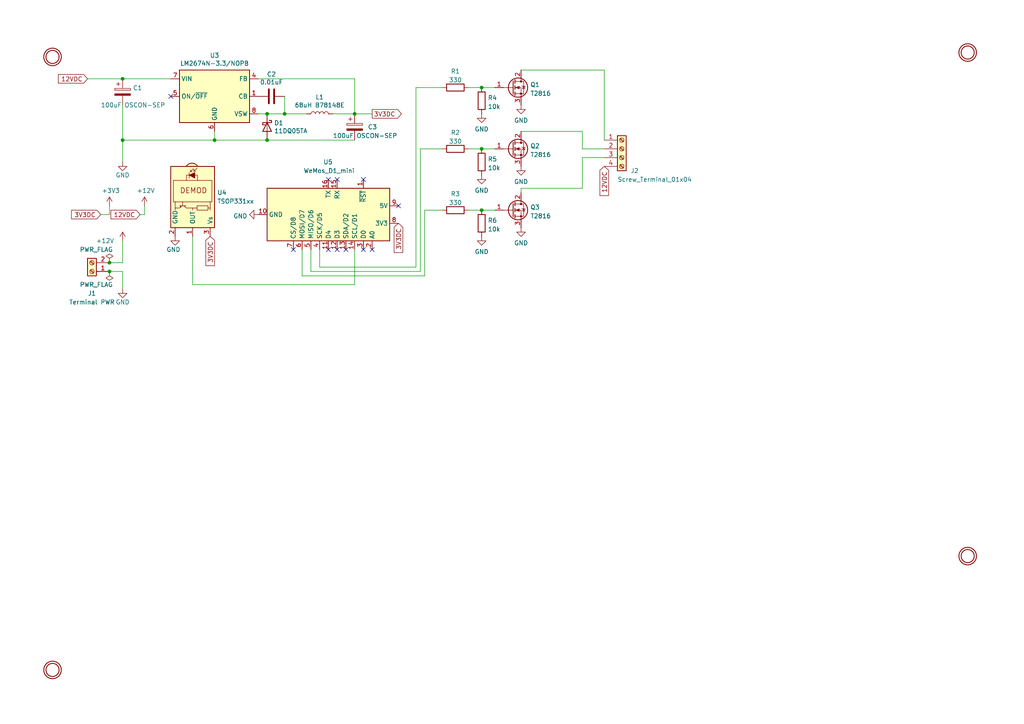
<source format=kicad_sch>
(kicad_sch (version 20211123) (generator eeschema)
  (paper "A4")
  (lib_symbols
    (symbol "Arduino_WS_Led_Controller-eagle-import:MOUNTINGHOLE3.0THIN" (pin_names (offset 1.016))
      (symbol "MOUNTINGHOLE3.0THIN_1_0"
        (circle (center 0 0) (radius 1.905) (stroke (width 0.254)))
        (circle (center 0 0) (radius 2.54) (stroke (width 0.254)))
      )
    )
    (symbol "Connector:Screw_Terminal_01x02" (pin_names (offset 1.016) hide)
      (property "Reference" "J" (at 0 2.54 0))
      (property "Value" "Screw_Terminal_01x02" (at 0 -5.08 0))
      (symbol "Screw_Terminal_01x02_1_1"
        (rectangle (start -1.27 1.27) (end 1.27 -3.81) (stroke (width 0.254)) (fill (type background)))
        (circle (center 0 -2.54) (radius 0.635) (stroke (width 0.1524)))
        (polyline (pts (xy -0.5334 -2.2098) (xy 0.3302 -3.048)) (stroke (width 0.1524)))
        (polyline (pts (xy -0.5334 0.3302) (xy 0.3302 -0.508)) (stroke (width 0.1524)))
        (polyline (pts (xy -0.3556 -2.032) (xy 0.508 -2.8702)) (stroke (width 0.1524)))
        (polyline (pts (xy -0.3556 0.508) (xy 0.508 -0.3302)) (stroke (width 0.1524)))
        (circle (center 0 0) (radius 0.635) (stroke (width 0.1524)))
        (pin passive line (at -5.08 0 0) (length 3.81) (name "Pin_1") (number "1"))
        (pin passive line (at -5.08 -2.54 0) (length 3.81) (name "Pin_2") (number "2"))
      )
    )
    (symbol "Connector:Screw_Terminal_01x04" (pin_names (offset 1.016) hide)
      (property "Reference" "J" (at 0 5.08 0))
      (property "Value" "Screw_Terminal_01x04" (at 0 -7.62 0))
      (symbol "Screw_Terminal_01x04_1_1"
        (rectangle (start -1.27 3.81) (end 1.27 -6.35) (stroke (width 0.254)) (fill (type background)))
        (circle (center 0 -5.08) (radius 0.635) (stroke (width 0.1524)))
        (circle (center 0 -2.54) (radius 0.635) (stroke (width 0.1524)))
        (polyline (pts (xy -0.5334 -4.7498) (xy 0.3302 -5.588)) (stroke (width 0.1524)))
        (polyline (pts (xy -0.5334 -2.2098) (xy 0.3302 -3.048)) (stroke (width 0.1524)))
        (polyline (pts (xy -0.5334 0.3302) (xy 0.3302 -0.508)) (stroke (width 0.1524)))
        (polyline (pts (xy -0.5334 2.8702) (xy 0.3302 2.032)) (stroke (width 0.1524)))
        (polyline (pts (xy -0.3556 -4.572) (xy 0.508 -5.4102)) (stroke (width 0.1524)))
        (polyline (pts (xy -0.3556 -2.032) (xy 0.508 -2.8702)) (stroke (width 0.1524)))
        (polyline (pts (xy -0.3556 0.508) (xy 0.508 -0.3302)) (stroke (width 0.1524)))
        (polyline (pts (xy -0.3556 3.048) (xy 0.508 2.2098)) (stroke (width 0.1524)))
        (circle (center 0 0) (radius 0.635) (stroke (width 0.1524)))
        (circle (center 0 2.54) (radius 0.635) (stroke (width 0.1524)))
        (pin passive line (at -5.08 2.54 0) (length 3.81) (name "Pin_1") (number "1"))
        (pin passive line (at -5.08 0 0) (length 3.81) (name "Pin_2") (number "2"))
        (pin passive line (at -5.08 -2.54 0) (length 3.81) (name "Pin_3") (number "3"))
        (pin passive line (at -5.08 -5.08 0) (length 3.81) (name "Pin_4") (number "4"))
      )
    )
    (symbol "Device:C" (pin_numbers hide) (pin_names (offset 0.254))
      (property "Reference" "C" (at 0.635 2.54 0))
      (property "Value" "C" (at 0.635 -2.54 0))
      (symbol "C_0_1"
        (polyline (pts (xy -2.032 -0.762) (xy 2.032 -0.762)) (stroke (width 0.508)))
        (polyline (pts (xy -2.032 0.762) (xy 2.032 0.762)) (stroke (width 0.508)))
      )
      (symbol "C_1_1"
        (pin passive line (at 0 3.81 270) (length 2.794) (name "~") (number "1"))
        (pin passive line (at 0 -3.81 90) (length 2.794) (name "~") (number "2"))
      )
    )
    (symbol "Device:C_Polarized" (pin_numbers hide) (pin_names (offset 0.254))
      (property "Reference" "C" (at 0.635 2.54 0))
      (property "Value" "C_Polarized" (at 0.635 -2.54 0))
      (symbol "C_Polarized_0_1"
        (rectangle (start -2.286 0.508) (end 2.286 1.016))
        (polyline (pts (xy -1.778 2.286) (xy -0.762 2.286)))
        (polyline (pts (xy -1.27 2.794) (xy -1.27 1.778)))
        (rectangle (start 2.286 -0.508) (end -2.286 -1.016) (fill (type outline)))
      )
      (symbol "C_Polarized_1_1"
        (pin passive line (at 0 3.81 270) (length 2.794) (name "~") (number "1"))
        (pin passive line (at 0 -3.81 90) (length 2.794) (name "~") (number "2"))
      )
    )
    (symbol "Device:D_Schottky" (pin_numbers hide) (pin_names (offset 1.016) hide)
      (property "Reference" "D" (at 0 2.54 0))
      (property "Value" "D_Schottky" (at 0 -2.54 0))
      (symbol "D_Schottky_0_1"
        (polyline (pts (xy 1.27 0) (xy -1.27 0)))
        (polyline (pts (xy 1.27 1.27) (xy 1.27 -1.27) (xy -1.27 0) (xy 1.27 1.27)) (stroke (width 0.254)))
        (polyline (pts (xy -1.905 0.635) (xy -1.905 1.27) (xy -1.27 1.27) (xy -1.27 -1.27) (xy -0.635 -1.27) (xy -0.635 -0.635)) (stroke (width 0.254)))
      )
      (symbol "D_Schottky_1_1"
        (pin passive line (at -3.81 0 0) (length 2.54) (name "K") (number "1"))
        (pin passive line (at 3.81 0 180) (length 2.54) (name "A") (number "2"))
      )
    )
    (symbol "Device:L" (pin_numbers hide) (pin_names (offset 1.016) hide)
      (property "Reference" "L" (at -1.27 0 90))
      (property "Value" "L" (at 1.905 0 90))
      (symbol "L_0_1"
        (arc (start 0 -2.54) (mid 0.635 -1.905) (end 0 -1.27))
        (arc (start 0 -1.27) (mid 0.635 -0.635) (end 0 0))
        (arc (start 0 0) (mid 0.635 0.635) (end 0 1.27))
        (arc (start 0 1.27) (mid 0.635 1.905) (end 0 2.54))
      )
      (symbol "L_1_1"
        (pin passive line (at 0 3.81 270) (length 1.27) (name "1") (number "1"))
        (pin passive line (at 0 -3.81 90) (length 1.27) (name "2") (number "2"))
      )
    )
    (symbol "Device:R" (pin_numbers hide) (pin_names (offset 0))
      (property "Reference" "R" (at 2.032 0 90))
      (property "Value" "R" (at 0 0 90))
      (symbol "R_0_1"
        (rectangle (start -1.016 -2.54) (end 1.016 2.54) (stroke (width 0.254)))
      )
      (symbol "R_1_1"
        (pin passive line (at 0 3.81 270) (length 1.27) (name "~") (number "1"))
        (pin passive line (at 0 -3.81 90) (length 1.27) (name "~") (number "2"))
      )
    )
    (symbol "Interface_Optical:TSOP331xx" (pin_names (offset 1.016))
      (property "Reference" "U" (at -10.16 7.62 0))
      (property "Value" "TSOP331xx" (at -10.16 -7.62 0))
      (symbol "TSOP331xx_0_0"
        (arc (start -10.287 1.397) (mid -11.0899 -0.1905) (end -10.287 -1.778) (stroke (width 0.254)) (fill (type background)))
        (polyline (pts (xy 1.905 -5.08) (xy 0.127 -5.08)))
        (polyline (pts (xy 1.905 5.08) (xy 0.127 5.08)))
        (text "DEMOD" (at -3.175 0.254 900) (effects (font (size 1.524 1.524))))
      )
      (symbol "TSOP331xx_0_1"
        (rectangle (start -6.096 5.588) (end 0.127 -5.588))
        (polyline (pts (xy -8.763 0.381) (xy -9.652 1.27)))
        (polyline (pts (xy -8.763 0.381) (xy -9.271 0.381)))
        (polyline (pts (xy -8.763 0.381) (xy -8.763 0.889)))
        (polyline (pts (xy -8.636 -0.635) (xy -9.525 0.254)))
        (polyline (pts (xy -8.636 -0.635) (xy -9.144 -0.635)))
        (polyline (pts (xy -8.636 -0.635) (xy -8.636 -0.127)))
        (polyline (pts (xy -8.382 -1.016) (xy -6.731 -1.016)))
        (polyline (pts (xy 1.27 -2.921) (xy 0.127 -2.921)))
        (polyline (pts (xy 1.27 -1.905) (xy 1.27 -3.81)))
        (polyline (pts (xy 1.397 -3.556) (xy 1.524 -3.556)))
        (polyline (pts (xy 1.651 -3.556) (xy 1.524 -3.556)))
        (polyline (pts (xy 1.651 -3.556) (xy 1.651 -3.302)))
        (polyline (pts (xy 1.905 0) (xy 1.905 1.27)))
        (polyline (pts (xy 1.905 4.445) (xy 1.905 5.08) (xy 2.54 5.08)))
        (polyline (pts (xy -8.382 0.635) (xy -6.731 0.635) (xy -7.62 -1.016) (xy -8.382 0.635)) (fill (type outline)))
        (polyline (pts (xy -6.096 1.397) (xy -7.62 1.397) (xy -7.62 -1.778) (xy -6.096 -1.778)))
        (polyline (pts (xy 1.27 -3.175) (xy 1.905 -3.81) (xy 1.905 -5.08) (xy 2.54 -5.08)))
        (polyline (pts (xy 1.27 -2.54) (xy 1.905 -1.905) (xy 1.905 0) (xy 2.54 0)))
        (rectangle (start 2.54 1.27) (end 1.27 4.445))
        (rectangle (start 7.62 6.35) (end -10.16 -6.35) (stroke (width 0.254)) (fill (type background)))
      )
      (symbol "TSOP331xx_1_1"
        (pin output line (at 10.16 0 180) (length 2.54) (name "OUT") (number "1"))
        (pin power_in line (at 10.16 -5.08 180) (length 2.54) (name "GND") (number "2"))
        (pin power_in line (at 10.16 5.08 180) (length 2.54) (name "Vs") (number "3"))
      )
    )
    (symbol "MCU_Module:WeMos_D1_mini"
      (property "Reference" "U" (at 3.81 19.05 0))
      (property "Value" "WeMos_D1_mini" (at 1.27 -19.05 0))
      (symbol "WeMos_D1_mini_1_1"
        (rectangle (start -7.62 17.78) (end 7.62 -17.78) (stroke (width 0.254)) (fill (type background)))
        (pin input line (at -10.16 10.16 0) (length 2.54) (name "~{RST}") (number "1"))
        (pin power_in line (at 0 -20.32 90) (length 2.54) (name "GND") (number "10"))
        (pin bidirectional line (at 10.16 0 180) (length 2.54) (name "D4") (number "11"))
        (pin bidirectional line (at 10.16 2.54 180) (length 2.54) (name "D3") (number "12"))
        (pin bidirectional line (at 10.16 5.08 180) (length 2.54) (name "SDA/D2") (number "13"))
        (pin bidirectional line (at 10.16 7.62 180) (length 2.54) (name "SCL/D1") (number "14"))
        (pin input line (at -10.16 2.54 0) (length 2.54) (name "RX") (number "15"))
        (pin output line (at -10.16 0 0) (length 2.54) (name "TX") (number "16"))
        (pin input line (at 10.16 12.7 180) (length 2.54) (name "A0") (number "2"))
        (pin bidirectional line (at 10.16 10.16 180) (length 2.54) (name "D0") (number "3"))
        (pin bidirectional line (at 10.16 -2.54 180) (length 2.54) (name "SCK/D5") (number "4"))
        (pin bidirectional line (at 10.16 -5.08 180) (length 2.54) (name "MISO/D6") (number "5"))
        (pin bidirectional line (at 10.16 -7.62 180) (length 2.54) (name "MOSI/D7") (number "6"))
        (pin bidirectional line (at 10.16 -10.16 180) (length 2.54) (name "CS/D8") (number "7"))
        (pin power_out line (at 2.54 20.32 270) (length 2.54) (name "3V3") (number "8"))
        (pin power_in line (at -2.54 20.32 270) (length 2.54) (name "5V") (number "9"))
      )
    )
    (symbol "Regulator_Switching:LM2674M-3.3"
      (property "Reference" "U" (at -10.16 8.89 0))
      (property "Value" "LM2674M-3.3" (at 0 8.89 0))
      (symbol "LM2674M-3.3_0_1"
        (rectangle (start -10.16 7.62) (end 10.16 -7.62) (stroke (width 0.254)) (fill (type background)))
      )
      (symbol "LM2674M-3.3_1_1"
        (pin input line (at 12.7 0 180) (length 2.54) (name "CB") (number "1"))
        (pin no_connect line (at -10.16 -2.54 0) (length 2.54) hide (name "NC") (number "2"))
        (pin no_connect line (at -10.16 -5.08 0) (length 2.54) hide (name "NC") (number "3"))
        (pin input line (at 12.7 5.08 180) (length 2.54) (name "FB") (number "4"))
        (pin input line (at -12.7 0 0) (length 2.54) (name "ON/~{OFF}") (number "5"))
        (pin power_in line (at 0 -10.16 90) (length 2.54) (name "GND") (number "6"))
        (pin power_in line (at -12.7 5.08 0) (length 2.54) (name "VIN") (number "7"))
        (pin output line (at 12.7 -5.08 180) (length 2.54) (name "VSW") (number "8"))
      )
    )
    (symbol "Transistor_FET:IRLB8721PBF" (pin_names hide)
      (property "Reference" "Q" (at 6.35 1.905 0))
      (property "Value" "IRLB8721PBF" (at 6.35 0 0))
      (symbol "IRLB8721PBF_0_1"
        (polyline (pts (xy 0.254 0) (xy -2.54 0)))
        (polyline (pts (xy 0.254 1.905) (xy 0.254 -1.905)) (stroke (width 0.254)))
        (polyline (pts (xy 0.762 -1.27) (xy 0.762 -2.286)) (stroke (width 0.254)))
        (polyline (pts (xy 0.762 0.508) (xy 0.762 -0.508)) (stroke (width 0.254)))
        (polyline (pts (xy 0.762 2.286) (xy 0.762 1.27)) (stroke (width 0.254)))
        (polyline (pts (xy 2.54 2.54) (xy 2.54 1.778)))
        (polyline (pts (xy 2.54 -2.54) (xy 2.54 0) (xy 0.762 0)))
        (polyline (pts (xy 0.762 -1.778) (xy 3.302 -1.778) (xy 3.302 1.778) (xy 0.762 1.778)))
        (polyline (pts (xy 1.016 0) (xy 2.032 0.381) (xy 2.032 -0.381) (xy 1.016 0)) (fill (type outline)))
        (polyline (pts (xy 2.794 0.508) (xy 2.921 0.381) (xy 3.683 0.381) (xy 3.81 0.254)))
        (polyline (pts (xy 3.302 0.381) (xy 2.921 -0.254) (xy 3.683 -0.254) (xy 3.302 0.381)))
        (circle (center 1.651 0) (radius 2.794) (stroke (width 0.254)))
        (circle (center 2.54 -1.778) (radius 0.254) (fill (type outline)))
        (circle (center 2.54 1.778) (radius 0.254) (fill (type outline)))
      )
      (symbol "IRLB8721PBF_1_1"
        (pin input line (at -5.08 0 0) (length 2.54) (name "G") (number "1"))
        (pin passive line (at 2.54 5.08 270) (length 2.54) (name "D") (number "2"))
        (pin passive line (at 2.54 -5.08 90) (length 2.54) (name "S") (number "3"))
      )
    )
    (symbol "power:+12V" (power) (pin_names (offset 0))
      (property "Value" "+12V" (at 0 3.556 0))
      (symbol "+12V_0_1"
        (polyline (pts (xy -0.762 1.27) (xy 0 2.54)))
        (polyline (pts (xy 0 0) (xy 0 2.54)))
        (polyline (pts (xy 0 2.54) (xy 0.762 1.27)))
      )
      (symbol "+12V_1_1"
        (pin power_in line (at 0 0 90) (length 0) hide (name "+12V") (number "1"))
      )
    )
    (symbol "power:+3.3V" (power) (pin_names (offset 0))
      (property "Value" "+3.3V" (at 0 3.556 0))
      (symbol "+3.3V_0_1"
        (polyline (pts (xy -0.762 1.27) (xy 0 2.54)))
        (polyline (pts (xy 0 0) (xy 0 2.54)))
        (polyline (pts (xy 0 2.54) (xy 0.762 1.27)))
      )
      (symbol "+3.3V_1_1"
        (pin power_in line (at 0 0 90) (length 0) hide (name "+3V3") (number "1"))
      )
    )
    (symbol "power:GND" (power) (pin_names (offset 0))
      (property "Value" "GND" (at 0 -3.81 0))
      (symbol "GND_0_1"
        (polyline (pts (xy 0 0) (xy 0 -1.27) (xy 1.27 -1.27) (xy 0 -2.54) (xy -1.27 -1.27) (xy 0 -1.27)))
      )
      (symbol "GND_1_1"
        (pin power_in line (at 0 0 270) (length 0) hide (name "GND") (number "1"))
      )
    )
    (symbol "power:PWR_FLAG" (power) (pin_numbers hide) (pin_names (offset 0) hide)
      (property "Value" "PWR_FLAG" (at 0 3.81 0))
      (symbol "PWR_FLAG_0_0"
        (pin power_out line (at 0 0 90) (length 0) (name "pwr") (number "1"))
      )
      (symbol "PWR_FLAG_0_1"
        (polyline (pts (xy 0 0) (xy 0 1.27) (xy -1.016 1.905) (xy 0 2.54) (xy 1.016 1.905) (xy 0 1.27)))
      )
    )
  )
  (junction (at 139.7 25.4))
  (junction (at 139.7 60.96))
  (junction (at 77.47 40.64))
  (junction (at 62.23 40.64))
  (junction (at 102.87 33.02))
  (junction (at 139.7 43.18))
  (junction (at 82.55 33.02))
  (junction (at 35.56 22.86))
  (junction (at 31.75 78.74))
  (junction (at 77.47 33.02))
  (junction (at 35.56 40.64))
  (junction (at 31.75 76.2))
  (no_connect (at 95.25 52.07))
  (no_connect (at 97.79 72.39))
  (no_connect (at 49.53 27.94))
  (no_connect (at 105.41 72.39))
  (no_connect (at 115.57 59.69))
  (no_connect (at 107.95 72.39))
  (no_connect (at 105.41 52.07))
  (no_connect (at 97.79 52.07))
  (no_connect (at 85.09 72.39))
  (no_connect (at 95.25 72.39))
  (no_connect (at 100.33 72.39))
  (wire (pts (xy 74.93 33.02) (xy 77.47 33.02)))
  (wire (pts (xy 87.63 80.01) (xy 87.63 72.39)))
  (wire (pts (xy 55.88 68.58) (xy 55.88 82.55)))
  (wire (pts (xy 25.4 22.86) (xy 35.56 22.86)))
  (wire (pts (xy 123.19 60.96) (xy 123.19 80.01)))
  (wire (pts (xy 151.13 20.32) (xy 175.26 20.32)))
  (wire (pts (xy 40.64 62.23) (xy 41.91 62.23)))
  (wire (pts (xy 55.88 82.55) (xy 102.87 82.55)))
  (wire (pts (xy 77.47 40.64) (xy 102.87 40.64)))
  (wire (pts (xy 77.47 33.02) (xy 82.55 33.02)))
  (wire (pts (xy 128.27 25.4) (xy 120.65 25.4)))
  (wire (pts (xy 123.19 80.01) (xy 87.63 80.01)))
  (wire (pts (xy 143.51 25.4) (xy 139.7 25.4)))
  (wire (pts (xy 151.13 54.61) (xy 168.91 54.61)))
  (wire (pts (xy 31.75 62.23) (xy 31.75 59.69)))
  (wire (pts (xy 35.56 78.74) (xy 35.56 83.82)))
  (wire (pts (xy 62.23 38.1) (xy 62.23 40.64)))
  (wire (pts (xy 139.7 60.96) (xy 143.51 60.96)))
  (wire (pts (xy 88.9 33.02) (xy 82.55 33.02)))
  (wire (pts (xy 102.87 33.02) (xy 107.95 33.02)))
  (wire (pts (xy 35.56 78.74) (xy 31.75 78.74)))
  (wire (pts (xy 151.13 54.61) (xy 151.13 55.88)))
  (wire (pts (xy 35.56 76.2) (xy 35.56 69.85)))
  (wire (pts (xy 82.55 33.02) (xy 82.55 27.94)))
  (wire (pts (xy 102.87 82.55) (xy 102.87 72.39)))
  (wire (pts (xy 128.27 43.18) (xy 121.92 43.18)))
  (wire (pts (xy 121.92 78.74) (xy 90.17 78.74)))
  (wire (pts (xy 35.56 30.48) (xy 35.56 40.64)))
  (wire (pts (xy 151.13 38.1) (xy 168.91 38.1)))
  (wire (pts (xy 92.71 77.47) (xy 120.65 77.47)))
  (wire (pts (xy 62.23 40.64) (xy 77.47 40.64)))
  (wire (pts (xy 96.52 33.02) (xy 102.87 33.02)))
  (wire (pts (xy 120.65 25.4) (xy 120.65 77.47)))
  (wire (pts (xy 35.56 22.86) (xy 49.53 22.86)))
  (wire (pts (xy 139.7 25.4) (xy 135.89 25.4)))
  (wire (pts (xy 121.92 43.18) (xy 121.92 78.74)))
  (wire (pts (xy 62.23 40.64) (xy 35.56 40.64)))
  (wire (pts (xy 135.89 60.96) (xy 139.7 60.96)))
  (wire (pts (xy 35.56 40.64) (xy 35.56 46.99)))
  (wire (pts (xy 41.91 62.23) (xy 41.91 59.69)))
  (wire (pts (xy 168.91 54.61) (xy 168.91 45.72)))
  (wire (pts (xy 135.89 43.18) (xy 139.7 43.18)))
  (wire (pts (xy 74.93 22.86) (xy 102.87 22.86)))
  (wire (pts (xy 90.17 78.74) (xy 90.17 72.39)))
  (wire (pts (xy 128.27 60.96) (xy 123.19 60.96)))
  (wire (pts (xy 175.26 20.32) (xy 175.26 40.64)))
  (wire (pts (xy 139.7 43.18) (xy 143.51 43.18)))
  (wire (pts (xy 168.91 45.72) (xy 175.26 45.72)))
  (wire (pts (xy 102.87 33.02) (xy 102.87 22.86)))
  (wire (pts (xy 168.91 43.18) (xy 175.26 43.18)))
  (wire (pts (xy 168.91 38.1) (xy 168.91 43.18)))
  (wire (pts (xy 31.75 76.2) (xy 35.56 76.2)))
  (wire (pts (xy 92.71 72.39) (xy 92.71 77.47)))
  (wire (pts (xy 29.21 62.23) (xy 31.75 62.23)))
  (global_label "3V3DC" (shape input) (at 29.21 62.23 180) (property "Intersheet References" "${INTERSHEET_REFS}" (effects hide)))
  (global_label "3V3DC" (shape input) (at 60.96 68.58 270) (property "Intersheet References" "${INTERSHEET_REFS}" (effects hide)))
  (global_label "12VDC" (shape input) (at 175.26 48.26 270) (property "Intersheet References" "${INTERSHEET_REFS}" (effects hide)))
  (global_label "12VDC" (shape input) (at 40.64 62.23 180) (property "Intersheet References" "${INTERSHEET_REFS}" (effects hide)))
  (global_label "3V3DC" (shape input) (at 115.57 64.77 270) (property "Intersheet References" "${INTERSHEET_REFS}" (effects hide)))
  (global_label "3V3DC" (shape output) (at 107.95 33.02 0) (property "Intersheet References" "${INTERSHEET_REFS}" (effects hide)))
  (global_label "12VDC" (shape input) (at 25.4 22.86 180) (property "Intersheet References" "${INTERSHEET_REFS}" (effects hide)))
  (symbol (lib_id "power:+12V") (at 41.91 59.69 0) (unit 1)
    (property "Reference" "#PWR05" (effects hide))
    (property "Value" "+12V" (at 42.291 55.2958 0))
  )
  (symbol (lib_id "power:+3.3V") (at 31.75 59.69 0) (unit 1)
    (property "Reference" "#PWR01" (effects hide))
    (property "Value" "+3.3V" (at 32.131 55.2958 0))
  )
  (symbol (lib_id "Connector:Screw_Terminal_01x02") (at 26.67 78.74 180) (unit 1)
    (property "Reference" "J1" (at 26.67 85.09 0))
    (property "Value" "Terminal PWR" (at 26.67 87.63 0))
    (property "Footprint" "TerminalBlock_4Ucon:TerminalBlock_4Ucon_1x02_P3.50mm_Horizontal" (effects hide))
  )
  (symbol (lib_id "Regulator_Switching:LM2674M-3.3") (at 62.23 27.94 0) (unit 1)
    (property "Reference" "U3" (at 62.23 16.0782 0))
    (property "Value" "LM2674N-3.3/NOPB" (at 62.23 18.3896 0))
    (property "Footprint" "Package_DIP:DIP-8_W7.62mm_Socket" (effects hide))
    (property "Datasheet" "http://www.ti.com/lit/ds/symlink/lm2674.pdf" (effects hide))
  )
  (symbol (lib_id "Device:C_Polarized") (at 35.56 26.67 0) (unit 1)
    (property "Reference" "C1" (at 38.5572 25.5016 0) (effects (justify left)))
    (property "Value" "100uF OSCON-SEP" (at 29.21 30.48 0) (effects (justify left)))
    (property "Footprint" "Capacitor_THT:CP_Radial_D8.0mm_P3.50mm" (effects hide))
  )
  (symbol (lib_id "Device:C") (at 78.74 27.94 270) (unit 1)
    (property "Reference" "C2" (at 78.74 21.5392 90))
    (property "Value" "0.01uF" (at 78.74 23.8506 90))
    (property "Footprint" "Capacitor_THT:C_Disc_D5.0mm_W2.5mm_P5.00mm" (effects hide))
  )
  (symbol (lib_id "Device:L") (at 92.71 33.02 90) (unit 1)
    (property "Reference" "L1" (at 92.71 28.194 90))
    (property "Value" "68uH B78148E" (at 92.71 30.5054 90))
    (property "Footprint" "Inductor_THT:L_Axial_L14.0mm_D4.5mm_P5.08mm_Vertical_Fastron_LACC" (effects hide))
  )
  (symbol (lib_id "Device:C_Polarized") (at 102.87 36.83 0) (unit 1)
    (property "Reference" "C3" (at 106.68 36.83 0) (effects (justify left)))
    (property "Value" "100uF OSCON-SEP" (at 96.52 39.37 0) (effects (justify left)))
    (property "Footprint" "Capacitor_THT:CP_Radial_D8.0mm_P3.50mm" (effects hide))
  )
  (symbol (lib_id "Device:D_Schottky") (at 77.47 36.83 270) (unit 1)
    (property "Reference" "D1" (at 79.502 35.6616 90) (effects (justify left)))
    (property "Value" "11DQ05TA" (at 79.502 37.973 90) (effects (justify left)))
    (property "Footprint" "Diode_THT:D_A-405_P7.62mm_Horizontal" (effects hide))
  )
  (symbol (lib_id "power:+12V") (at 35.56 69.85 0) (unit 1)
    (property "Reference" "#PWR03" (effects hide))
    (property "Value" "+12V" (at 30.48 69.85 0))
  )
  (symbol (lib_id "power:GND") (at 35.56 83.82 0) (unit 1)
    (property "Reference" "#PWR04" (effects hide))
    (property "Value" "GND" (at 35.56 87.63 0))
  )
  (symbol (lib_id "power:PWR_FLAG") (at 31.75 76.2 0) (unit 1)
    (property "Reference" "#FLG01" (effects hide))
    (property "Value" "PWR_FLAG" (at 27.94 72.39 0))
  )
  (symbol (lib_id "power:GND") (at 35.56 46.99 0) (unit 1)
    (property "Reference" "#PWR02" (effects hide))
    (property "Value" "GND" (at 35.56 50.8 0))
  )
  (symbol (lib_id "power:PWR_FLAG") (at 31.75 78.74 180) (unit 1)
    (property "Reference" "#FLG02" (effects hide))
    (property "Value" "PWR_FLAG" (at 27.94 82.55 0))
  )
  (symbol (lib_id "Arduino_WS_Led_Controller-eagle-import:MOUNTINGHOLE3.0THIN") (at 280.67 15.24 0) (unit 1)
    (property "Reference" "U6" (effects hide))
    (property "Value" "MOUNTINGHOLE3.0THIN" (effects hide))
    (property "Footprint" "MountingHole:MountingHole_3.2mm_M3" (effects hide))
  )
  (symbol (lib_id "Arduino_WS_Led_Controller-eagle-import:MOUNTINGHOLE3.0THIN") (at 15.24 16.51 0) (unit 1)
    (property "Reference" "U1" (effects hide))
    (property "Value" "MOUNTINGHOLE3.0THIN" (effects hide))
    (property "Footprint" "MountingHole:MountingHole_3.2mm_M3" (effects hide))
  )
  (symbol (lib_id "Arduino_WS_Led_Controller-eagle-import:MOUNTINGHOLE3.0THIN") (at 15.24 194.31 0) (unit 1)
    (property "Reference" "U2" (effects hide))
    (property "Value" "MOUNTINGHOLE3.0THIN" (effects hide))
    (property "Footprint" "MountingHole:MountingHole_3.2mm_M3" (effects hide))
  )
  (symbol (lib_id "Arduino_WS_Led_Controller-eagle-import:MOUNTINGHOLE3.0THIN") (at 280.67 161.29 0) (unit 1)
    (property "Reference" "U7" (effects hide))
    (property "Value" "MOUNTINGHOLE3.0THIN" (effects hide))
    (property "Footprint" "MountingHole:MountingHole_3.2mm_M3" (effects hide))
  )
  (symbol (lib_id "Transistor_FET:IRLB8721PBF") (at 148.59 60.96 0) (unit 1)
    (property "Reference" "Q3" (at 153.797 60.1253 0) (effects (justify left)))
    (property "Value" "T2816" (at 153.797 62.6622 0) (effects (justify left)))
    (property "Footprint" "Package_TO_SOT_THT:TO-220-3_Vertical" (effects hide))
    (property "Datasheet" "http://www.aosmd.com/res/data_sheets/AOT2618L.pdf" (effects hide))
  )
  (symbol (lib_id "Device:R") (at 132.08 60.96 90) (unit 1)
    (property "Reference" "R3" (at 132.08 56.2442 90))
    (property "Value" "330" (at 132.08 58.7811 90))
    (property "Footprint" "Resistor_THT:R_Axial_DIN0204_L3.6mm_D1.6mm_P7.62mm_Horizontal" (effects hide))
  )
  (symbol (lib_id "Connector:Screw_Terminal_01x04") (at 180.34 43.18 0) (unit 1)
    (property "Reference" "J2" (at 182.88 49.53 0) (effects (justify left)))
    (property "Value" "Screw_Terminal_01x04" (at 179.07 52.07 0) (effects (justify left)))
    (property "Footprint" "TerminalBlock_4Ucon:TerminalBlock_4Ucon_1x04_P3.50mm_Horizontal" (effects hide))
  )
  (symbol (lib_id "MCU_Module:WeMos_D1_mini") (at 95.25 62.23 270) (unit 1)
    (property "Reference" "U5" (at 96.52 46.99 90) (effects (justify right)))
    (property "Value" "WeMos_D1_mini" (at 102.87 49.53 90) (effects (justify right)))
    (property "Footprint" "Module:WEMOS_D1_mini_light" (effects hide))
    (property "Datasheet" "https://wiki.wemos.cc/products:d1:d1_mini#documentation" (effects hide))
  )
  (symbol (lib_id "Device:R") (at 132.08 25.4 90) (unit 1)
    (property "Reference" "R1" (at 132.08 20.6842 90))
    (property "Value" "330" (at 132.08 23.2211 90))
    (property "Footprint" "Resistor_THT:R_Axial_DIN0204_L3.6mm_D1.6mm_P7.62mm_Horizontal" (effects hide))
  )
  (symbol (lib_id "power:GND") (at 139.7 50.8 0) (unit 1)
    (property "Reference" "#PWR09" (effects hide))
    (property "Value" "GND" (at 139.7 55.2434 0))
  )
  (symbol (lib_id "power:GND") (at 151.13 48.26 0) (unit 1)
    (property "Reference" "#PWR012" (effects hide))
    (property "Value" "GND" (at 151.13 52.7034 0))
  )
  (symbol (lib_id "power:GND") (at 50.8 68.58 0) (unit 1)
    (property "Reference" "#PWR06" (effects hide))
    (property "Value" "GND" (at 48.26 72.39 0) (effects (justify left)))
  )
  (symbol (lib_id "Transistor_FET:IRLB8721PBF") (at 148.59 25.4 0) (unit 1)
    (property "Reference" "Q1" (at 153.797 24.5653 0) (effects (justify left)))
    (property "Value" "T2816" (at 153.797 27.1022 0) (effects (justify left)))
    (property "Footprint" "Package_TO_SOT_THT:TO-220-3_Vertical" (effects hide))
    (property "Datasheet" "http://www.aosmd.com/res/data_sheets/AOT2618L.pdf" (effects hide))
  )
  (symbol (lib_id "Device:R") (at 139.7 64.77 180) (unit 1)
    (property "Reference" "R6" (at 141.478 63.9353 0) (effects (justify right)))
    (property "Value" "10k" (at 141.478 66.4722 0) (effects (justify right)))
    (property "Footprint" "Resistor_THT:R_Axial_DIN0204_L3.6mm_D1.6mm_P7.62mm_Horizontal" (effects hide))
  )
  (symbol (lib_id "Transistor_FET:IRLB8721PBF") (at 148.59 43.18 0) (unit 1)
    (property "Reference" "Q2" (at 153.797 42.3453 0) (effects (justify left)))
    (property "Value" "T2816" (at 153.797 44.8822 0) (effects (justify left)))
    (property "Footprint" "Package_TO_SOT_THT:TO-220-3_Vertical" (effects hide))
    (property "Datasheet" "http://www.aosmd.com/res/data_sheets/AOT2618L.pdf" (effects hide))
  )
  (symbol (lib_id "power:GND") (at 151.13 30.48 0) (unit 1)
    (property "Reference" "#PWR011" (effects hide))
    (property "Value" "GND" (at 151.13 34.9234 0))
  )
  (symbol (lib_id "power:GND") (at 139.7 33.02 0) (unit 1)
    (property "Reference" "#PWR08" (effects hide))
    (property "Value" "GND" (at 139.7 37.4634 0))
  )
  (symbol (lib_id "Device:R") (at 132.08 43.18 90) (unit 1)
    (property "Reference" "R2" (at 132.08 38.4642 90))
    (property "Value" "330" (at 132.08 41.0011 90))
    (property "Footprint" "Resistor_THT:R_Axial_DIN0204_L3.6mm_D1.6mm_P7.62mm_Horizontal" (effects hide))
  )
  (symbol (lib_id "power:GND") (at 151.13 66.04 0) (unit 1)
    (property "Reference" "#PWR013" (effects hide))
    (property "Value" "GND" (at 151.13 70.4834 0))
  )
  (symbol (lib_id "power:GND") (at 74.93 62.23 270) (unit 1)
    (property "Reference" "#PWR07" (effects hide))
    (property "Value" "GND" (at 71.7551 62.6638 90) (effects (justify right)))
  )
  (symbol (lib_id "Device:R") (at 139.7 46.99 180) (unit 1)
    (property "Reference" "R5" (at 141.478 46.1553 0) (effects (justify right)))
    (property "Value" "10k" (at 141.478 48.6922 0) (effects (justify right)))
    (property "Footprint" "Resistor_THT:R_Axial_DIN0204_L3.6mm_D1.6mm_P7.62mm_Horizontal" (effects hide))
  )
  (symbol (lib_id "power:GND") (at 139.7 68.58 0) (unit 1)
    (property "Reference" "#PWR010" (effects hide))
    (property "Value" "GND" (at 139.7 73.0234 0))
  )
  (symbol (lib_id "Device:R") (at 139.7 29.21 180) (unit 1)
    (property "Reference" "R4" (at 141.478 28.3753 0) (effects (justify right)))
    (property "Value" "10k" (at 141.478 30.9122 0) (effects (justify right)))
    (property "Footprint" "Resistor_THT:R_Axial_DIN0204_L3.6mm_D1.6mm_P7.62mm_Horizontal" (effects hide))
  )
  (symbol (lib_id "Interface_Optical:TSOP331xx") (at 55.88 58.42 270) (unit 1)
    (property "Reference" "U4" (at 62.992 55.8503 90) (effects (justify left)))
    (property "Value" "TSOP331xx" (at 62.992 58.3872 90) (effects (justify left)))
    (property "Footprint" "OptoDevice:Vishay_MINIMOLD-3Pin" (effects hide))
    (property "Datasheet" "http://www.vishay.com/docs/82742/tsop331.pdf" (effects hide))
  )
)
</source>
